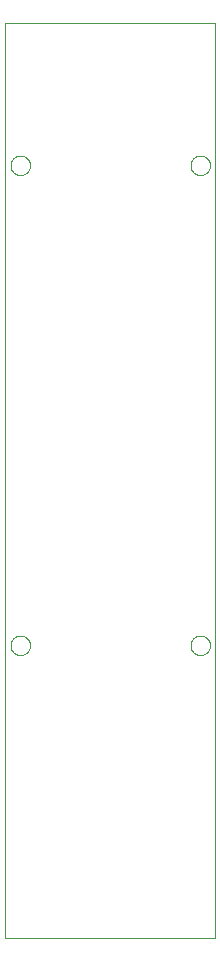
<source format=gko>
G75*
%MOIN*%
%OFA0B0*%
%FSLAX25Y25*%
%IPPOS*%
%LPD*%
%AMOC8*
5,1,8,0,0,1.08239X$1,22.5*
%
%ADD10C,0.00000*%
D10*
X0001800Y0001800D02*
X0001800Y0306835D01*
X0071800Y0306835D01*
X0071800Y0001800D01*
X0001800Y0001800D01*
X0003550Y0099398D02*
X0003552Y0099511D01*
X0003558Y0099625D01*
X0003568Y0099738D01*
X0003582Y0099850D01*
X0003599Y0099962D01*
X0003621Y0100074D01*
X0003647Y0100184D01*
X0003676Y0100294D01*
X0003709Y0100402D01*
X0003746Y0100510D01*
X0003787Y0100615D01*
X0003831Y0100720D01*
X0003879Y0100823D01*
X0003930Y0100924D01*
X0003985Y0101023D01*
X0004044Y0101120D01*
X0004106Y0101215D01*
X0004171Y0101308D01*
X0004239Y0101399D01*
X0004310Y0101487D01*
X0004385Y0101573D01*
X0004462Y0101656D01*
X0004542Y0101736D01*
X0004625Y0101813D01*
X0004711Y0101888D01*
X0004799Y0101959D01*
X0004890Y0102027D01*
X0004983Y0102092D01*
X0005078Y0102154D01*
X0005175Y0102213D01*
X0005274Y0102268D01*
X0005375Y0102319D01*
X0005478Y0102367D01*
X0005583Y0102411D01*
X0005688Y0102452D01*
X0005796Y0102489D01*
X0005904Y0102522D01*
X0006014Y0102551D01*
X0006124Y0102577D01*
X0006236Y0102599D01*
X0006348Y0102616D01*
X0006460Y0102630D01*
X0006573Y0102640D01*
X0006687Y0102646D01*
X0006800Y0102648D01*
X0006913Y0102646D01*
X0007027Y0102640D01*
X0007140Y0102630D01*
X0007252Y0102616D01*
X0007364Y0102599D01*
X0007476Y0102577D01*
X0007586Y0102551D01*
X0007696Y0102522D01*
X0007804Y0102489D01*
X0007912Y0102452D01*
X0008017Y0102411D01*
X0008122Y0102367D01*
X0008225Y0102319D01*
X0008326Y0102268D01*
X0008425Y0102213D01*
X0008522Y0102154D01*
X0008617Y0102092D01*
X0008710Y0102027D01*
X0008801Y0101959D01*
X0008889Y0101888D01*
X0008975Y0101813D01*
X0009058Y0101736D01*
X0009138Y0101656D01*
X0009215Y0101573D01*
X0009290Y0101487D01*
X0009361Y0101399D01*
X0009429Y0101308D01*
X0009494Y0101215D01*
X0009556Y0101120D01*
X0009615Y0101023D01*
X0009670Y0100924D01*
X0009721Y0100823D01*
X0009769Y0100720D01*
X0009813Y0100615D01*
X0009854Y0100510D01*
X0009891Y0100402D01*
X0009924Y0100294D01*
X0009953Y0100184D01*
X0009979Y0100074D01*
X0010001Y0099962D01*
X0010018Y0099850D01*
X0010032Y0099738D01*
X0010042Y0099625D01*
X0010048Y0099511D01*
X0010050Y0099398D01*
X0010048Y0099285D01*
X0010042Y0099171D01*
X0010032Y0099058D01*
X0010018Y0098946D01*
X0010001Y0098834D01*
X0009979Y0098722D01*
X0009953Y0098612D01*
X0009924Y0098502D01*
X0009891Y0098394D01*
X0009854Y0098286D01*
X0009813Y0098181D01*
X0009769Y0098076D01*
X0009721Y0097973D01*
X0009670Y0097872D01*
X0009615Y0097773D01*
X0009556Y0097676D01*
X0009494Y0097581D01*
X0009429Y0097488D01*
X0009361Y0097397D01*
X0009290Y0097309D01*
X0009215Y0097223D01*
X0009138Y0097140D01*
X0009058Y0097060D01*
X0008975Y0096983D01*
X0008889Y0096908D01*
X0008801Y0096837D01*
X0008710Y0096769D01*
X0008617Y0096704D01*
X0008522Y0096642D01*
X0008425Y0096583D01*
X0008326Y0096528D01*
X0008225Y0096477D01*
X0008122Y0096429D01*
X0008017Y0096385D01*
X0007912Y0096344D01*
X0007804Y0096307D01*
X0007696Y0096274D01*
X0007586Y0096245D01*
X0007476Y0096219D01*
X0007364Y0096197D01*
X0007252Y0096180D01*
X0007140Y0096166D01*
X0007027Y0096156D01*
X0006913Y0096150D01*
X0006800Y0096148D01*
X0006687Y0096150D01*
X0006573Y0096156D01*
X0006460Y0096166D01*
X0006348Y0096180D01*
X0006236Y0096197D01*
X0006124Y0096219D01*
X0006014Y0096245D01*
X0005904Y0096274D01*
X0005796Y0096307D01*
X0005688Y0096344D01*
X0005583Y0096385D01*
X0005478Y0096429D01*
X0005375Y0096477D01*
X0005274Y0096528D01*
X0005175Y0096583D01*
X0005078Y0096642D01*
X0004983Y0096704D01*
X0004890Y0096769D01*
X0004799Y0096837D01*
X0004711Y0096908D01*
X0004625Y0096983D01*
X0004542Y0097060D01*
X0004462Y0097140D01*
X0004385Y0097223D01*
X0004310Y0097309D01*
X0004239Y0097397D01*
X0004171Y0097488D01*
X0004106Y0097581D01*
X0004044Y0097676D01*
X0003985Y0097773D01*
X0003930Y0097872D01*
X0003879Y0097973D01*
X0003831Y0098076D01*
X0003787Y0098181D01*
X0003746Y0098286D01*
X0003709Y0098394D01*
X0003676Y0098502D01*
X0003647Y0098612D01*
X0003621Y0098722D01*
X0003599Y0098834D01*
X0003582Y0098946D01*
X0003568Y0099058D01*
X0003558Y0099171D01*
X0003552Y0099285D01*
X0003550Y0099398D01*
X0003550Y0259398D02*
X0003552Y0259511D01*
X0003558Y0259625D01*
X0003568Y0259738D01*
X0003582Y0259850D01*
X0003599Y0259962D01*
X0003621Y0260074D01*
X0003647Y0260184D01*
X0003676Y0260294D01*
X0003709Y0260402D01*
X0003746Y0260510D01*
X0003787Y0260615D01*
X0003831Y0260720D01*
X0003879Y0260823D01*
X0003930Y0260924D01*
X0003985Y0261023D01*
X0004044Y0261120D01*
X0004106Y0261215D01*
X0004171Y0261308D01*
X0004239Y0261399D01*
X0004310Y0261487D01*
X0004385Y0261573D01*
X0004462Y0261656D01*
X0004542Y0261736D01*
X0004625Y0261813D01*
X0004711Y0261888D01*
X0004799Y0261959D01*
X0004890Y0262027D01*
X0004983Y0262092D01*
X0005078Y0262154D01*
X0005175Y0262213D01*
X0005274Y0262268D01*
X0005375Y0262319D01*
X0005478Y0262367D01*
X0005583Y0262411D01*
X0005688Y0262452D01*
X0005796Y0262489D01*
X0005904Y0262522D01*
X0006014Y0262551D01*
X0006124Y0262577D01*
X0006236Y0262599D01*
X0006348Y0262616D01*
X0006460Y0262630D01*
X0006573Y0262640D01*
X0006687Y0262646D01*
X0006800Y0262648D01*
X0006913Y0262646D01*
X0007027Y0262640D01*
X0007140Y0262630D01*
X0007252Y0262616D01*
X0007364Y0262599D01*
X0007476Y0262577D01*
X0007586Y0262551D01*
X0007696Y0262522D01*
X0007804Y0262489D01*
X0007912Y0262452D01*
X0008017Y0262411D01*
X0008122Y0262367D01*
X0008225Y0262319D01*
X0008326Y0262268D01*
X0008425Y0262213D01*
X0008522Y0262154D01*
X0008617Y0262092D01*
X0008710Y0262027D01*
X0008801Y0261959D01*
X0008889Y0261888D01*
X0008975Y0261813D01*
X0009058Y0261736D01*
X0009138Y0261656D01*
X0009215Y0261573D01*
X0009290Y0261487D01*
X0009361Y0261399D01*
X0009429Y0261308D01*
X0009494Y0261215D01*
X0009556Y0261120D01*
X0009615Y0261023D01*
X0009670Y0260924D01*
X0009721Y0260823D01*
X0009769Y0260720D01*
X0009813Y0260615D01*
X0009854Y0260510D01*
X0009891Y0260402D01*
X0009924Y0260294D01*
X0009953Y0260184D01*
X0009979Y0260074D01*
X0010001Y0259962D01*
X0010018Y0259850D01*
X0010032Y0259738D01*
X0010042Y0259625D01*
X0010048Y0259511D01*
X0010050Y0259398D01*
X0010048Y0259285D01*
X0010042Y0259171D01*
X0010032Y0259058D01*
X0010018Y0258946D01*
X0010001Y0258834D01*
X0009979Y0258722D01*
X0009953Y0258612D01*
X0009924Y0258502D01*
X0009891Y0258394D01*
X0009854Y0258286D01*
X0009813Y0258181D01*
X0009769Y0258076D01*
X0009721Y0257973D01*
X0009670Y0257872D01*
X0009615Y0257773D01*
X0009556Y0257676D01*
X0009494Y0257581D01*
X0009429Y0257488D01*
X0009361Y0257397D01*
X0009290Y0257309D01*
X0009215Y0257223D01*
X0009138Y0257140D01*
X0009058Y0257060D01*
X0008975Y0256983D01*
X0008889Y0256908D01*
X0008801Y0256837D01*
X0008710Y0256769D01*
X0008617Y0256704D01*
X0008522Y0256642D01*
X0008425Y0256583D01*
X0008326Y0256528D01*
X0008225Y0256477D01*
X0008122Y0256429D01*
X0008017Y0256385D01*
X0007912Y0256344D01*
X0007804Y0256307D01*
X0007696Y0256274D01*
X0007586Y0256245D01*
X0007476Y0256219D01*
X0007364Y0256197D01*
X0007252Y0256180D01*
X0007140Y0256166D01*
X0007027Y0256156D01*
X0006913Y0256150D01*
X0006800Y0256148D01*
X0006687Y0256150D01*
X0006573Y0256156D01*
X0006460Y0256166D01*
X0006348Y0256180D01*
X0006236Y0256197D01*
X0006124Y0256219D01*
X0006014Y0256245D01*
X0005904Y0256274D01*
X0005796Y0256307D01*
X0005688Y0256344D01*
X0005583Y0256385D01*
X0005478Y0256429D01*
X0005375Y0256477D01*
X0005274Y0256528D01*
X0005175Y0256583D01*
X0005078Y0256642D01*
X0004983Y0256704D01*
X0004890Y0256769D01*
X0004799Y0256837D01*
X0004711Y0256908D01*
X0004625Y0256983D01*
X0004542Y0257060D01*
X0004462Y0257140D01*
X0004385Y0257223D01*
X0004310Y0257309D01*
X0004239Y0257397D01*
X0004171Y0257488D01*
X0004106Y0257581D01*
X0004044Y0257676D01*
X0003985Y0257773D01*
X0003930Y0257872D01*
X0003879Y0257973D01*
X0003831Y0258076D01*
X0003787Y0258181D01*
X0003746Y0258286D01*
X0003709Y0258394D01*
X0003676Y0258502D01*
X0003647Y0258612D01*
X0003621Y0258722D01*
X0003599Y0258834D01*
X0003582Y0258946D01*
X0003568Y0259058D01*
X0003558Y0259171D01*
X0003552Y0259285D01*
X0003550Y0259398D01*
X0063550Y0259398D02*
X0063552Y0259511D01*
X0063558Y0259625D01*
X0063568Y0259738D01*
X0063582Y0259850D01*
X0063599Y0259962D01*
X0063621Y0260074D01*
X0063647Y0260184D01*
X0063676Y0260294D01*
X0063709Y0260402D01*
X0063746Y0260510D01*
X0063787Y0260615D01*
X0063831Y0260720D01*
X0063879Y0260823D01*
X0063930Y0260924D01*
X0063985Y0261023D01*
X0064044Y0261120D01*
X0064106Y0261215D01*
X0064171Y0261308D01*
X0064239Y0261399D01*
X0064310Y0261487D01*
X0064385Y0261573D01*
X0064462Y0261656D01*
X0064542Y0261736D01*
X0064625Y0261813D01*
X0064711Y0261888D01*
X0064799Y0261959D01*
X0064890Y0262027D01*
X0064983Y0262092D01*
X0065078Y0262154D01*
X0065175Y0262213D01*
X0065274Y0262268D01*
X0065375Y0262319D01*
X0065478Y0262367D01*
X0065583Y0262411D01*
X0065688Y0262452D01*
X0065796Y0262489D01*
X0065904Y0262522D01*
X0066014Y0262551D01*
X0066124Y0262577D01*
X0066236Y0262599D01*
X0066348Y0262616D01*
X0066460Y0262630D01*
X0066573Y0262640D01*
X0066687Y0262646D01*
X0066800Y0262648D01*
X0066913Y0262646D01*
X0067027Y0262640D01*
X0067140Y0262630D01*
X0067252Y0262616D01*
X0067364Y0262599D01*
X0067476Y0262577D01*
X0067586Y0262551D01*
X0067696Y0262522D01*
X0067804Y0262489D01*
X0067912Y0262452D01*
X0068017Y0262411D01*
X0068122Y0262367D01*
X0068225Y0262319D01*
X0068326Y0262268D01*
X0068425Y0262213D01*
X0068522Y0262154D01*
X0068617Y0262092D01*
X0068710Y0262027D01*
X0068801Y0261959D01*
X0068889Y0261888D01*
X0068975Y0261813D01*
X0069058Y0261736D01*
X0069138Y0261656D01*
X0069215Y0261573D01*
X0069290Y0261487D01*
X0069361Y0261399D01*
X0069429Y0261308D01*
X0069494Y0261215D01*
X0069556Y0261120D01*
X0069615Y0261023D01*
X0069670Y0260924D01*
X0069721Y0260823D01*
X0069769Y0260720D01*
X0069813Y0260615D01*
X0069854Y0260510D01*
X0069891Y0260402D01*
X0069924Y0260294D01*
X0069953Y0260184D01*
X0069979Y0260074D01*
X0070001Y0259962D01*
X0070018Y0259850D01*
X0070032Y0259738D01*
X0070042Y0259625D01*
X0070048Y0259511D01*
X0070050Y0259398D01*
X0070048Y0259285D01*
X0070042Y0259171D01*
X0070032Y0259058D01*
X0070018Y0258946D01*
X0070001Y0258834D01*
X0069979Y0258722D01*
X0069953Y0258612D01*
X0069924Y0258502D01*
X0069891Y0258394D01*
X0069854Y0258286D01*
X0069813Y0258181D01*
X0069769Y0258076D01*
X0069721Y0257973D01*
X0069670Y0257872D01*
X0069615Y0257773D01*
X0069556Y0257676D01*
X0069494Y0257581D01*
X0069429Y0257488D01*
X0069361Y0257397D01*
X0069290Y0257309D01*
X0069215Y0257223D01*
X0069138Y0257140D01*
X0069058Y0257060D01*
X0068975Y0256983D01*
X0068889Y0256908D01*
X0068801Y0256837D01*
X0068710Y0256769D01*
X0068617Y0256704D01*
X0068522Y0256642D01*
X0068425Y0256583D01*
X0068326Y0256528D01*
X0068225Y0256477D01*
X0068122Y0256429D01*
X0068017Y0256385D01*
X0067912Y0256344D01*
X0067804Y0256307D01*
X0067696Y0256274D01*
X0067586Y0256245D01*
X0067476Y0256219D01*
X0067364Y0256197D01*
X0067252Y0256180D01*
X0067140Y0256166D01*
X0067027Y0256156D01*
X0066913Y0256150D01*
X0066800Y0256148D01*
X0066687Y0256150D01*
X0066573Y0256156D01*
X0066460Y0256166D01*
X0066348Y0256180D01*
X0066236Y0256197D01*
X0066124Y0256219D01*
X0066014Y0256245D01*
X0065904Y0256274D01*
X0065796Y0256307D01*
X0065688Y0256344D01*
X0065583Y0256385D01*
X0065478Y0256429D01*
X0065375Y0256477D01*
X0065274Y0256528D01*
X0065175Y0256583D01*
X0065078Y0256642D01*
X0064983Y0256704D01*
X0064890Y0256769D01*
X0064799Y0256837D01*
X0064711Y0256908D01*
X0064625Y0256983D01*
X0064542Y0257060D01*
X0064462Y0257140D01*
X0064385Y0257223D01*
X0064310Y0257309D01*
X0064239Y0257397D01*
X0064171Y0257488D01*
X0064106Y0257581D01*
X0064044Y0257676D01*
X0063985Y0257773D01*
X0063930Y0257872D01*
X0063879Y0257973D01*
X0063831Y0258076D01*
X0063787Y0258181D01*
X0063746Y0258286D01*
X0063709Y0258394D01*
X0063676Y0258502D01*
X0063647Y0258612D01*
X0063621Y0258722D01*
X0063599Y0258834D01*
X0063582Y0258946D01*
X0063568Y0259058D01*
X0063558Y0259171D01*
X0063552Y0259285D01*
X0063550Y0259398D01*
X0063550Y0099398D02*
X0063552Y0099511D01*
X0063558Y0099625D01*
X0063568Y0099738D01*
X0063582Y0099850D01*
X0063599Y0099962D01*
X0063621Y0100074D01*
X0063647Y0100184D01*
X0063676Y0100294D01*
X0063709Y0100402D01*
X0063746Y0100510D01*
X0063787Y0100615D01*
X0063831Y0100720D01*
X0063879Y0100823D01*
X0063930Y0100924D01*
X0063985Y0101023D01*
X0064044Y0101120D01*
X0064106Y0101215D01*
X0064171Y0101308D01*
X0064239Y0101399D01*
X0064310Y0101487D01*
X0064385Y0101573D01*
X0064462Y0101656D01*
X0064542Y0101736D01*
X0064625Y0101813D01*
X0064711Y0101888D01*
X0064799Y0101959D01*
X0064890Y0102027D01*
X0064983Y0102092D01*
X0065078Y0102154D01*
X0065175Y0102213D01*
X0065274Y0102268D01*
X0065375Y0102319D01*
X0065478Y0102367D01*
X0065583Y0102411D01*
X0065688Y0102452D01*
X0065796Y0102489D01*
X0065904Y0102522D01*
X0066014Y0102551D01*
X0066124Y0102577D01*
X0066236Y0102599D01*
X0066348Y0102616D01*
X0066460Y0102630D01*
X0066573Y0102640D01*
X0066687Y0102646D01*
X0066800Y0102648D01*
X0066913Y0102646D01*
X0067027Y0102640D01*
X0067140Y0102630D01*
X0067252Y0102616D01*
X0067364Y0102599D01*
X0067476Y0102577D01*
X0067586Y0102551D01*
X0067696Y0102522D01*
X0067804Y0102489D01*
X0067912Y0102452D01*
X0068017Y0102411D01*
X0068122Y0102367D01*
X0068225Y0102319D01*
X0068326Y0102268D01*
X0068425Y0102213D01*
X0068522Y0102154D01*
X0068617Y0102092D01*
X0068710Y0102027D01*
X0068801Y0101959D01*
X0068889Y0101888D01*
X0068975Y0101813D01*
X0069058Y0101736D01*
X0069138Y0101656D01*
X0069215Y0101573D01*
X0069290Y0101487D01*
X0069361Y0101399D01*
X0069429Y0101308D01*
X0069494Y0101215D01*
X0069556Y0101120D01*
X0069615Y0101023D01*
X0069670Y0100924D01*
X0069721Y0100823D01*
X0069769Y0100720D01*
X0069813Y0100615D01*
X0069854Y0100510D01*
X0069891Y0100402D01*
X0069924Y0100294D01*
X0069953Y0100184D01*
X0069979Y0100074D01*
X0070001Y0099962D01*
X0070018Y0099850D01*
X0070032Y0099738D01*
X0070042Y0099625D01*
X0070048Y0099511D01*
X0070050Y0099398D01*
X0070048Y0099285D01*
X0070042Y0099171D01*
X0070032Y0099058D01*
X0070018Y0098946D01*
X0070001Y0098834D01*
X0069979Y0098722D01*
X0069953Y0098612D01*
X0069924Y0098502D01*
X0069891Y0098394D01*
X0069854Y0098286D01*
X0069813Y0098181D01*
X0069769Y0098076D01*
X0069721Y0097973D01*
X0069670Y0097872D01*
X0069615Y0097773D01*
X0069556Y0097676D01*
X0069494Y0097581D01*
X0069429Y0097488D01*
X0069361Y0097397D01*
X0069290Y0097309D01*
X0069215Y0097223D01*
X0069138Y0097140D01*
X0069058Y0097060D01*
X0068975Y0096983D01*
X0068889Y0096908D01*
X0068801Y0096837D01*
X0068710Y0096769D01*
X0068617Y0096704D01*
X0068522Y0096642D01*
X0068425Y0096583D01*
X0068326Y0096528D01*
X0068225Y0096477D01*
X0068122Y0096429D01*
X0068017Y0096385D01*
X0067912Y0096344D01*
X0067804Y0096307D01*
X0067696Y0096274D01*
X0067586Y0096245D01*
X0067476Y0096219D01*
X0067364Y0096197D01*
X0067252Y0096180D01*
X0067140Y0096166D01*
X0067027Y0096156D01*
X0066913Y0096150D01*
X0066800Y0096148D01*
X0066687Y0096150D01*
X0066573Y0096156D01*
X0066460Y0096166D01*
X0066348Y0096180D01*
X0066236Y0096197D01*
X0066124Y0096219D01*
X0066014Y0096245D01*
X0065904Y0096274D01*
X0065796Y0096307D01*
X0065688Y0096344D01*
X0065583Y0096385D01*
X0065478Y0096429D01*
X0065375Y0096477D01*
X0065274Y0096528D01*
X0065175Y0096583D01*
X0065078Y0096642D01*
X0064983Y0096704D01*
X0064890Y0096769D01*
X0064799Y0096837D01*
X0064711Y0096908D01*
X0064625Y0096983D01*
X0064542Y0097060D01*
X0064462Y0097140D01*
X0064385Y0097223D01*
X0064310Y0097309D01*
X0064239Y0097397D01*
X0064171Y0097488D01*
X0064106Y0097581D01*
X0064044Y0097676D01*
X0063985Y0097773D01*
X0063930Y0097872D01*
X0063879Y0097973D01*
X0063831Y0098076D01*
X0063787Y0098181D01*
X0063746Y0098286D01*
X0063709Y0098394D01*
X0063676Y0098502D01*
X0063647Y0098612D01*
X0063621Y0098722D01*
X0063599Y0098834D01*
X0063582Y0098946D01*
X0063568Y0099058D01*
X0063558Y0099171D01*
X0063552Y0099285D01*
X0063550Y0099398D01*
M02*

</source>
